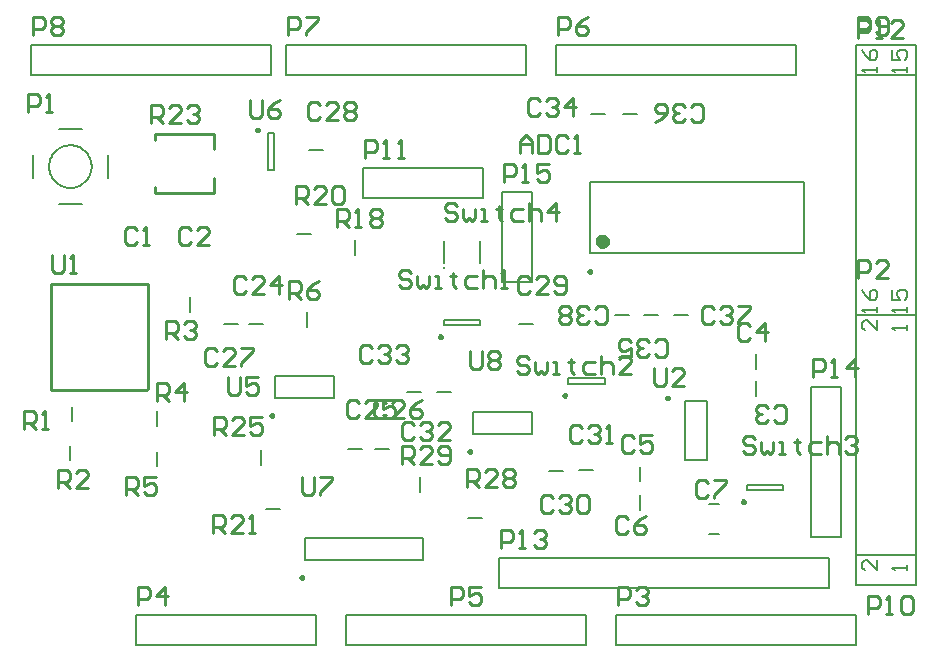
<source format=gto>
%FSDAX24Y24*%
%MOIN*%
%SFA1B1*%

%IPPOS*%
%ADD23C,0.010000*%
%ADD34C,0.023600*%
%ADD35C,0.009800*%
%ADD36C,0.007900*%
%ADD37C,0.003900*%
%ADD38C,0.008000*%
%LNpcb_csn_v3_1-1*%
%LPD*%
G54D23*
X001150Y012450D02*
X004398D01*
X001150Y008926D02*
Y012450D01*
X001160Y008917D02*
X004369D01*
X004398Y008946D02*
Y012450D01*
X004616Y015466D02*
X006584D01*
X004616Y017434D02*
X006584D01*
X004616Y015466D02*
Y015663D01*
Y017237D02*
Y017434D01*
X006584Y015466D02*
Y015958D01*
Y016942D02*
Y017434D01*
X012840Y006440D02*
Y007040D01*
X013140*
X013240Y006940*
Y006740*
X013140Y006640*
X012840*
X013040D02*
X013240Y006440D01*
X013840D02*
X013440D01*
X013840Y006840*
Y006940*
X013740Y007040*
X013540*
X013440Y006940*
X014040Y006540D02*
X014140Y006440D01*
X014340*
X014439Y006540*
Y006940*
X014340Y007040*
X014140*
X014040Y006940*
Y006840*
X014140Y006740*
X014439*
X009090Y011940D02*
Y012540D01*
X009390*
X009490Y012440*
Y012240*
X009390Y012140*
X009090*
X009290D02*
X009490Y011940D01*
X010090Y012540D02*
X009890Y012440D01*
X009690Y012240*
Y012040*
X009790Y011940*
X009990*
X010090Y012040*
Y012140*
X009990Y012240*
X009690*
X015120Y010200D02*
Y009700D01*
X015220Y009600*
X015420*
X015520Y009700*
Y010200*
X015720Y010100D02*
X015820Y010200D01*
X016020*
X016120Y010100*
Y010000*
X016020Y009900*
X016120Y009800*
Y009700*
X016020Y009600*
X015820*
X015720Y009700*
Y009800*
X015820Y009900*
X015720Y010000*
Y010100*
X015820Y009900D02*
X016020D01*
X009520Y006000D02*
Y005500D01*
X009620Y005400*
X009820*
X009920Y005500*
Y006000*
X010120D02*
X010520D01*
Y005900*
X010120Y005500*
Y005400*
X007795Y018565D02*
Y018065D01*
X007895Y017965*
X008095*
X008195Y018065*
Y018565*
X008795D02*
X008595Y018465D01*
X008395Y018265*
Y018065*
X008495Y017965*
X008695*
X008795Y018065*
Y018165*
X008695Y018265*
X008395*
X007050Y009350D02*
Y008850D01*
X007150Y008750*
X007350*
X007450Y008850*
Y009350*
X008050D02*
X007650D01*
Y009050*
X007850Y009150*
X007950*
X008050Y009050*
Y008850*
X007950Y008750*
X007750*
X007650Y008850*
X001195Y013395D02*
Y012895D01*
X001295Y012795*
X001495*
X001595Y012895*
Y013395*
X001795Y012795D02*
X001995D01*
X001895*
Y013395*
X001795Y013295*
X013150Y012800D02*
X013050Y012900D01*
X012850*
X012750Y012800*
Y012700*
X012850Y012600*
X013050*
X013150Y012500*
Y012400*
X013050Y012300*
X012850*
X012750Y012400*
X013350Y012700D02*
Y012400D01*
X013450Y012300*
X013550Y012400*
X013650Y012300*
X013750Y012400*
Y012700*
X013950Y012300D02*
X014150D01*
X014050*
Y012700*
X013950*
X014549Y012800D02*
Y012700D01*
X014449*
X014649*
X014549*
Y012400*
X014649Y012300*
X015349Y012700D02*
X015049D01*
X014949Y012600*
Y012400*
X015049Y012300*
X015349*
X015549Y012900D02*
Y012300D01*
Y012600*
X015649Y012700*
X015849*
X015949Y012600*
Y012300*
X016149D02*
X016349D01*
X016249*
Y012900*
X016149Y012800*
X015005Y005655D02*
Y006255D01*
X015305*
X015405Y006155*
Y005955*
X015305Y005855*
X015005*
X015205D02*
X015405Y005655D01*
X016005D02*
X015605D01*
X016005Y006055*
Y006155*
X015905Y006255*
X015705*
X015605Y006155*
X016205D02*
X016305Y006255D01*
X016505*
X016604Y006155*
Y006055*
X016505Y005955*
X016604Y005855*
Y005755*
X016505Y005655*
X016305*
X016205Y005755*
Y005855*
X016305Y005955*
X016205Y006055*
Y006155*
X016305Y005955D02*
X016505D01*
X006600Y007400D02*
Y008000D01*
X006900*
X007000Y007900*
Y007700*
X006900Y007600*
X006600*
X006800D02*
X007000Y007400D01*
X007600D02*
X007200D01*
X007600Y007800*
Y007900*
X007500Y008000*
X007300*
X007200Y007900*
X008199Y008000D02*
X007800D01*
Y007700*
X008000Y007800*
X008100*
X008199Y007700*
Y007500*
X008100Y007400*
X007900*
X007800Y007500*
X004475Y017785D02*
Y018385D01*
X004775*
X004875Y018285*
Y018085*
X004775Y017985*
X004475*
X004675D02*
X004875Y017785D01*
X005475D02*
X005075D01*
X005475Y018185*
Y018285*
X005375Y018385*
X005175*
X005075Y018285*
X005675D02*
X005775Y018385D01*
X005975*
X006074Y018285*
Y018185*
X005975Y018085*
X005875*
X005975*
X006074Y017985*
Y017885*
X005975Y017785*
X005775*
X005675Y017885*
X006550Y004150D02*
Y004750D01*
X006850*
X006950Y004650*
Y004450*
X006850Y004350*
X006550*
X006750D02*
X006950Y004150D01*
X007550D02*
X007150D01*
X007550Y004550*
Y004650*
X007450Y004750*
X007250*
X007150Y004650*
X007750Y004150D02*
X007950D01*
X007850*
Y004750*
X007750Y004650*
X009305Y015105D02*
Y015705D01*
X009605*
X009705Y015605*
Y015405*
X009605Y015305*
X009305*
X009505D02*
X009705Y015105D01*
X010305D02*
X009905D01*
X010305Y015505*
Y015605*
X010205Y015705*
X010005*
X009905Y015605*
X010505D02*
X010605Y015705D01*
X010805*
X010904Y015605*
Y015205*
X010805Y015105*
X010605*
X010505Y015205*
Y015605*
X010690Y014340D02*
Y014940D01*
X010990*
X011090Y014840*
Y014640*
X010990Y014540*
X010690*
X010890D02*
X011090Y014340D01*
X011290D02*
X011490D01*
X011390*
Y014940*
X011290Y014840*
X011790D02*
X011890Y014940D01*
X012090*
X012190Y014840*
Y014740*
X012090Y014640*
X012190Y014540*
Y014440*
X012090Y014340*
X011890*
X011790Y014440*
Y014540*
X011890Y014640*
X011790Y014740*
Y014840*
X011890Y014640D02*
X012090D01*
X003650Y005400D02*
Y006000D01*
X003950*
X004050Y005900*
Y005700*
X003950Y005600*
X003650*
X003850D02*
X004050Y005400D01*
X004650Y006000D02*
X004250D01*
Y005700*
X004450Y005800*
X004550*
X004650Y005700*
Y005500*
X004550Y005400*
X004350*
X004250Y005500*
X004700Y008550D02*
Y009150D01*
X005000*
X005100Y009050*
Y008850*
X005000Y008750*
X004700*
X004900D02*
X005100Y008550D01*
X005600D02*
Y009150D01*
X005300Y008850*
X005700*
X005000Y010600D02*
Y011200D01*
X005300*
X005400Y011100*
Y010900*
X005300Y010800*
X005000*
X005200D02*
X005400Y010600D01*
X005600Y011100D02*
X005700Y011200D01*
X005900*
X006000Y011100*
Y011000*
X005900Y010900*
X005800*
X005900*
X006000Y010800*
Y010700*
X005900Y010600*
X005700*
X005600Y010700*
X001400Y005650D02*
Y006250D01*
X001700*
X001800Y006150*
Y005950*
X001700Y005850*
X001400*
X001600D02*
X001800Y005650D01*
X002400D02*
X002000D01*
X002400Y006050*
Y006150*
X002300Y006250*
X002100*
X002000Y006150*
X000250Y007600D02*
Y008200D01*
X000550*
X000650Y008100*
Y007900*
X000550Y007800*
X000250*
X000450D02*
X000650Y007600D01*
X000850D02*
X001050D01*
X000950*
Y008200*
X000850Y008100*
X016160Y003640D02*
Y004240D01*
X016460*
X016560Y004140*
Y003940*
X016460Y003840*
X016160*
X016760Y003640D02*
X016960D01*
X016860*
Y004240*
X016760Y004140*
X017260D02*
X017360Y004240D01*
X017560*
X017660Y004140*
Y004040*
X017560Y003940*
X017460*
X017560*
X017660Y003840*
Y003740*
X017560Y003640*
X017360*
X017260Y003740*
X028065Y020625D02*
Y021225D01*
X028365*
X028465Y021125*
Y020925*
X028365Y020825*
X028065*
X028665Y020625D02*
X028865D01*
X028765*
Y021225*
X028665Y021125*
X029565Y020625D02*
X029165D01*
X029565Y021025*
Y021125*
X029465Y021225*
X029265*
X029165Y021125*
X011610Y016640D02*
Y017240D01*
X011910*
X012010Y017140*
Y016940*
X011910Y016840*
X011610*
X012210Y016640D02*
X012410D01*
X012310*
Y017240*
X012210Y017140*
X012710Y016640D02*
X012910D01*
X012810*
Y017240*
X012710Y017140*
X028400Y001450D02*
Y002050D01*
X028700*
X028800Y001950*
Y001750*
X028700Y001650*
X028400*
X029000Y001450D02*
X029200D01*
X029100*
Y002050*
X029000Y001950*
X029500D02*
X029600Y002050D01*
X029800*
X029900Y001950*
Y001550*
X029800Y001450*
X029600*
X029500Y001550*
Y001950*
X028060Y020740D02*
Y021340D01*
X028360*
X028460Y021240*
Y021040*
X028360Y020940*
X028060*
X028660Y020840D02*
X028760Y020740D01*
X028960*
X029060Y020840*
Y021240*
X028960Y021340*
X028760*
X028660Y021240*
Y021140*
X028760Y021040*
X029060*
X000560Y020740D02*
Y021340D01*
X000860*
X000960Y021240*
Y021040*
X000860Y020940*
X000560*
X001160Y021240D02*
X001260Y021340D01*
X001460*
X001560Y021240*
Y021140*
X001460Y021040*
X001560Y020940*
Y020840*
X001460Y020740*
X001260*
X001160Y020840*
Y020940*
X001260Y021040*
X001160Y021140*
Y021240*
X001260Y021040D02*
X001460D01*
X009060Y020740D02*
Y021340D01*
X009360*
X009460Y021240*
Y021040*
X009360Y020940*
X009060*
X009660Y021340D02*
X010060D01*
Y021240*
X009660Y020840*
Y020740*
X018060D02*
Y021340D01*
X018360*
X018460Y021240*
Y021040*
X018360Y020940*
X018060*
X019060Y021340D02*
X018860Y021240D01*
X018660Y021040*
Y020840*
X018760Y020740*
X018960*
X019060Y020840*
Y020940*
X018960Y021040*
X018660*
X014500Y001750D02*
Y002350D01*
X014800*
X014900Y002250*
Y002050*
X014800Y001950*
X014500*
X015500Y002350D02*
X015100D01*
Y002050*
X015300Y002150*
X015400*
X015500Y002050*
Y001850*
X015400Y001750*
X015200*
X015100Y001850*
X004060Y001740D02*
Y002340D01*
X004360*
X004460Y002240*
Y002040*
X004360Y001940*
X004060*
X004960Y001740D02*
Y002340D01*
X004660Y002040*
X005060*
X020060Y001740D02*
Y002340D01*
X020360*
X020460Y002240*
Y002040*
X020360Y001940*
X020060*
X020660Y002240D02*
X020760Y002340D01*
X020960*
X021060Y002240*
Y002140*
X020960Y002040*
X020860*
X020960*
X021060Y001940*
Y001840*
X020960Y001740*
X020760*
X020660Y001840*
X028065Y012625D02*
Y013225D01*
X028365*
X028465Y013125*
Y012925*
X028365Y012825*
X028065*
X029065Y012625D02*
X028665D01*
X029065Y013025*
Y013125*
X028965Y013225*
X028765*
X028665Y013125*
X000385Y018165D02*
Y018765D01*
X000685*
X000785Y018665*
Y018465*
X000685Y018365*
X000385*
X000985Y018165D02*
X001185D01*
X001085*
Y018765*
X000985Y018665*
X019300Y011200D02*
X019400Y011100D01*
X019600*
X019700Y011200*
Y011600*
X019600Y011700*
X019400*
X019300Y011600*
X019100Y011200D02*
X019000Y011100D01*
X018800*
X018700Y011200*
Y011300*
X018800Y011400*
X018900*
X018800*
X018700Y011500*
Y011600*
X018800Y011700*
X019000*
X019100Y011600*
X018500Y011200D02*
X018400Y011100D01*
X018200*
X018101Y011200*
Y011300*
X018200Y011400*
X018101Y011500*
Y011600*
X018200Y011700*
X018400*
X018500Y011600*
Y011500*
X018400Y011400*
X018500Y011300*
Y011200*
X018400Y011400D02*
X018200D01*
X023250Y011600D02*
X023150Y011700D01*
X022950*
X022850Y011600*
Y011200*
X022950Y011100*
X023150*
X023250Y011200*
X023450Y011600D02*
X023550Y011700D01*
X023750*
X023850Y011600*
Y011500*
X023750Y011400*
X023650*
X023750*
X023850Y011300*
Y011200*
X023750Y011100*
X023550*
X023450Y011200*
X024050Y011700D02*
X024449D01*
Y011600*
X024050Y011200*
Y011100*
X022500Y017950D02*
X022600Y017850D01*
X022800*
X022900Y017950*
Y018350*
X022800Y018450*
X022600*
X022500Y018350*
X022300Y017950D02*
X022200Y017850D01*
X022000*
X021900Y017950*
Y018050*
X022000Y018150*
X022100*
X022000*
X021900Y018250*
Y018350*
X022000Y018450*
X022200*
X022300Y018350*
X021301Y017850D02*
X021500Y017950D01*
X021700Y018150*
Y018350*
X021600Y018450*
X021400*
X021301Y018350*
Y018250*
X021400Y018150*
X021700*
X021300Y010100D02*
X021400Y010000D01*
X021600*
X021700Y010100*
Y010500*
X021600Y010600*
X021400*
X021300Y010500*
X021100Y010100D02*
X021000Y010000D01*
X020800*
X020700Y010100*
Y010200*
X020800Y010300*
X020900*
X020800*
X020700Y010400*
Y010500*
X020800Y010600*
X021000*
X021100Y010500*
X020101Y010000D02*
X020500D01*
Y010300*
X020300Y010200*
X020200*
X020101Y010300*
Y010500*
X020200Y010600*
X020400*
X020500Y010500*
X017450Y018550D02*
X017350Y018650D01*
X017150*
X017050Y018550*
Y018150*
X017150Y018050*
X017350*
X017450Y018150*
X017650Y018550D02*
X017750Y018650D01*
X017950*
X018050Y018550*
Y018450*
X017950Y018350*
X017850*
X017950*
X018050Y018250*
Y018150*
X017950Y018050*
X017750*
X017650Y018150*
X018550Y018050D02*
Y018650D01*
X018250Y018350*
X018649*
X011850Y010300D02*
X011750Y010400D01*
X011550*
X011450Y010300*
Y009900*
X011550Y009800*
X011750*
X011850Y009900*
X012050Y010300D02*
X012150Y010400D01*
X012350*
X012450Y010300*
Y010200*
X012350Y010100*
X012250*
X012350*
X012450Y010000*
Y009900*
X012350Y009800*
X012150*
X012050Y009900*
X012650Y010300D02*
X012750Y010400D01*
X012950*
X013049Y010300*
Y010200*
X012950Y010100*
X012850*
X012950*
X013049Y010000*
Y009900*
X012950Y009800*
X012750*
X012650Y009900*
X013250Y007750D02*
X013150Y007850D01*
X012950*
X012850Y007750*
Y007350*
X012950Y007250*
X013150*
X013250Y007350*
X013450Y007750D02*
X013550Y007850D01*
X013750*
X013850Y007750*
Y007650*
X013750Y007550*
X013650*
X013750*
X013850Y007450*
Y007350*
X013750Y007250*
X013550*
X013450Y007350*
X014449Y007250D02*
X014050D01*
X014449Y007650*
Y007750*
X014350Y007850*
X014150*
X014050Y007750*
X018850Y007650D02*
X018750Y007750D01*
X018550*
X018450Y007650*
Y007250*
X018550Y007150*
X018750*
X018850Y007250*
X019050Y007650D02*
X019150Y007750D01*
X019350*
X019450Y007650*
Y007550*
X019350Y007450*
X019250*
X019350*
X019450Y007350*
Y007250*
X019350Y007150*
X019150*
X019050Y007250*
X019650Y007150D02*
X019850D01*
X019750*
Y007750*
X019650Y007650*
X017900Y005300D02*
X017800Y005400D01*
X017600*
X017500Y005300*
Y004900*
X017600Y004800*
X017800*
X017900Y004900*
X018100Y005300D02*
X018200Y005400D01*
X018400*
X018500Y005300*
Y005200*
X018400Y005100*
X018300*
X018400*
X018500Y005000*
Y004900*
X018400Y004800*
X018200*
X018100Y004900*
X018700Y005300D02*
X018800Y005400D01*
X019000*
X019099Y005300*
Y004900*
X019000Y004800*
X018800*
X018700Y004900*
Y005300*
X017105Y012605D02*
X017005Y012705D01*
X016805*
X016705Y012605*
Y012205*
X016805Y012105*
X017005*
X017105Y012205*
X017705Y012105D02*
X017305D01*
X017705Y012505*
Y012605*
X017605Y012705*
X017405*
X017305Y012605*
X017905Y012205D02*
X018005Y012105D01*
X018205*
X018304Y012205*
Y012605*
X018205Y012705*
X018005*
X017905Y012605*
Y012505*
X018005Y012405*
X018304*
X010110Y018410D02*
X010010Y018510D01*
X009810*
X009710Y018410*
Y018010*
X009810Y017910*
X010010*
X010110Y018010*
X010710Y017910D02*
X010310D01*
X010710Y018310*
Y018410*
X010610Y018510*
X010410*
X010310Y018410*
X010910D02*
X011010Y018510D01*
X011210*
X011309Y018410*
Y018310*
X011210Y018210*
X011309Y018110*
Y018010*
X011210Y017910*
X011010*
X010910Y018010*
Y018110*
X011010Y018210*
X010910Y018310*
Y018410*
X011010Y018210D02*
X011210D01*
X011410Y008460D02*
X011310Y008560D01*
X011110*
X011010Y008460*
Y008060*
X011110Y007960*
X011310*
X011410Y008060*
X012010Y007960D02*
X011610D01*
X012010Y008360*
Y008460*
X011910Y008560*
X011710*
X011610Y008460*
X012609Y008560D02*
X012210D01*
Y008260*
X012410Y008360*
X012510*
X012609Y008260*
Y008060*
X012510Y007960*
X012310*
X012210Y008060*
X007650Y012600D02*
X007550Y012700D01*
X007350*
X007250Y012600*
Y012200*
X007350Y012100*
X007550*
X007650Y012200*
X008250Y012100D02*
X007850D01*
X008250Y012500*
Y012600*
X008150Y012700*
X007950*
X007850Y012600*
X008750Y012100D02*
Y012700D01*
X008450Y012400*
X008849*
X005825Y014235D02*
X005725Y014335D01*
X005525*
X005425Y014235*
Y013835*
X005525Y013735*
X005725*
X005825Y013835*
X006425Y013735D02*
X006025D01*
X006425Y014135*
Y014235*
X006325Y014335*
X006125*
X006025Y014235*
X004025D02*
X003925Y014335D01*
X003725*
X003625Y014235*
Y013835*
X003725Y013735*
X003925*
X004025Y013835*
X004225Y013735D02*
X004425D01*
X004325*
Y014335*
X004225Y014235*
X016800Y016800D02*
Y017200D01*
X017000Y017400*
X017200Y017200*
Y016800*
Y017100*
X016800*
X017400Y017400D02*
Y016800D01*
X017700*
X017800Y016900*
Y017300*
X017700Y017400*
X017400*
X018399Y017300D02*
X018300Y017400D01*
X018100*
X018000Y017300*
Y016900*
X018100Y016800*
X018300*
X018399Y016900*
X018599Y016800D02*
X018799D01*
X018699*
Y017400*
X018599Y017300*
X025250Y007900D02*
X025350Y007800D01*
X025550*
X025650Y007900*
Y008300*
X025550Y008400*
X025350*
X025250Y008300*
X025050Y007900D02*
X024950Y007800D01*
X024750*
X024650Y007900*
Y008000*
X024750Y008100*
X024850*
X024750*
X024650Y008200*
Y008300*
X024750Y008400*
X024950*
X025050Y008300*
X024440Y011040D02*
X024340Y011140D01*
X024140*
X024040Y011040*
Y010640*
X024140Y010540*
X024340*
X024440Y010640*
X024940Y010540D02*
Y011140D01*
X024640Y010840*
X025040*
X020590Y007290D02*
X020490Y007390D01*
X020290*
X020190Y007290*
Y006890*
X020290Y006790*
X020490*
X020590Y006890*
X021190Y007390D02*
X020790D01*
Y007090*
X020990Y007190*
X021090*
X021190Y007090*
Y006890*
X021090Y006790*
X020890*
X020790Y006890*
X020400Y004600D02*
X020300Y004700D01*
X020100*
X020000Y004600*
Y004200*
X020100Y004100*
X020300*
X020400Y004200*
X021000Y004700D02*
X020800Y004600D01*
X020600Y004400*
Y004200*
X020700Y004100*
X020900*
X021000Y004200*
Y004300*
X020900Y004400*
X020600*
X023045Y005795D02*
X022945Y005895D01*
X022745*
X022645Y005795*
Y005395*
X022745Y005295*
X022945*
X023045Y005395*
X023245Y005895D02*
X023645D01*
Y005795*
X023245Y005395*
Y005295*
X016265Y015835D02*
Y016435D01*
X016565*
X016665Y016335*
Y016135*
X016565Y016035*
X016265*
X016865Y015835D02*
X017065D01*
X016965*
Y016435*
X016865Y016335*
X017765Y016435D02*
X017365D01*
Y016135*
X017565Y016235*
X017665*
X017765Y016135*
Y015935*
X017665Y015835*
X017465*
X017365Y015935*
X017100Y009950D02*
X017000Y010050D01*
X016800*
X016700Y009950*
Y009850*
X016800Y009750*
X017000*
X017100Y009650*
Y009550*
X017000Y009450*
X016800*
X016700Y009550*
X017300Y009850D02*
Y009550D01*
X017400Y009450*
X017500Y009550*
X017600Y009450*
X017700Y009550*
Y009850*
X017900Y009450D02*
X018100D01*
X018000*
Y009850*
X017900*
X018499Y009950D02*
Y009850D01*
X018399*
X018599*
X018499*
Y009550*
X018599Y009450*
X019299Y009850D02*
X018999D01*
X018899Y009750*
Y009550*
X018999Y009450*
X019299*
X019499Y010050D02*
Y009450D01*
Y009750*
X019599Y009850*
X019799*
X019899Y009750*
Y009450*
X020499D02*
X020099D01*
X020499Y009850*
Y009950*
X020399Y010050*
X020199*
X020099Y009950*
X024635Y007255D02*
X024535Y007355D01*
X024335*
X024235Y007255*
Y007155*
X024335Y007055*
X024535*
X024635Y006955*
Y006855*
X024535Y006755*
X024335*
X024235Y006855*
X024835Y007155D02*
Y006855D01*
X024935Y006755*
X025035Y006855*
X025135Y006755*
X025235Y006855*
Y007155*
X025435Y006755D02*
X025635D01*
X025535*
Y007155*
X025435*
X026034Y007255D02*
Y007155D01*
X025934*
X026134*
X026034*
Y006855*
X026134Y006755*
X026834Y007155D02*
X026534D01*
X026434Y007055*
Y006855*
X026534Y006755*
X026834*
X027034Y007355D02*
Y006755D01*
Y007055*
X027134Y007155*
X027334*
X027434Y007055*
Y006755*
X027634Y007255D02*
X027734Y007355D01*
X027934*
X028034Y007255*
Y007155*
X027934Y007055*
X027834*
X027934*
X028034Y006955*
Y006855*
X027934Y006755*
X027734*
X027634Y006855*
X021250Y009630D02*
Y009130D01*
X021350Y009030*
X021550*
X021650Y009130*
Y009630*
X022250Y009030D02*
X021850D01*
X022250Y009430*
Y009530*
X022150Y009630*
X021950*
X021850Y009530*
X026565Y009335D02*
Y009935D01*
X026865*
X026965Y009835*
Y009635*
X026865Y009535*
X026565*
X027165Y009335D02*
X027365D01*
X027265*
Y009935*
X027165Y009835*
X027965Y009335D02*
Y009935D01*
X027665Y009635*
X028065*
X014700Y015050D02*
X014600Y015150D01*
X014400*
X014300Y015050*
Y014950*
X014400Y014850*
X014600*
X014700Y014750*
Y014650*
X014600Y014550*
X014400*
X014300Y014650*
X014900Y014950D02*
Y014650D01*
X015000Y014550*
X015100Y014650*
X015200Y014550*
X015300Y014650*
Y014950*
X015500Y014550D02*
X015700D01*
X015600*
Y014950*
X015500*
X016099Y015050D02*
Y014950D01*
X015999*
X016199*
X016099*
Y014650*
X016199Y014550*
X016899Y014950D02*
X016599D01*
X016499Y014850*
Y014650*
X016599Y014550*
X016899*
X017099Y015150D02*
Y014550D01*
Y014850*
X017199Y014950*
X017399*
X017499Y014850*
Y014550*
X017999D02*
Y015150D01*
X017699Y014850*
X018099*
X012305Y008455D02*
X012205Y008555D01*
X012005*
X011905Y008455*
Y008055*
X012005Y007955*
X012205*
X012305Y008055*
X012905Y007955D02*
X012505D01*
X012905Y008355*
Y008455*
X012805Y008555*
X012605*
X012505Y008455*
X013504Y008555D02*
X013305Y008455D01*
X013105Y008255*
Y008055*
X013205Y007955*
X013405*
X013504Y008055*
Y008155*
X013405Y008255*
X013105*
X006700Y010200D02*
X006600Y010300D01*
X006400*
X006300Y010200*
Y009800*
X006400Y009700*
X006600*
X006700Y009800*
X007300Y009700D02*
X006900D01*
X007300Y010100*
Y010200*
X007200Y010300*
X007000*
X006900Y010200*
X007500Y010300D02*
X007899D01*
Y010200*
X007500Y009800*
Y009700*
G54D34*
X019649Y013863D02*
D01*
X019648Y013871*
X019647Y013879*
X019646Y013887*
X019644Y013895*
X019641Y013903*
X019638Y013910*
X019635Y013918*
X019631Y013925*
X019626Y013932*
X019621Y013938*
X019615Y013944*
X019609Y013950*
X019603Y013955*
X019596Y013960*
X019590Y013965*
X019582Y013969*
X019575Y013972*
X019567Y013975*
X019559Y013977*
X019551Y013979*
X019543Y013980*
X019535Y013980*
X019526*
X019518Y013980*
X019510Y013979*
X019502Y013977*
X019494Y013975*
X019486Y013972*
X019479Y013969*
X019472Y013965*
X019465Y013960*
X019458Y013955*
X019452Y013950*
X019446Y013944*
X019440Y013938*
X019435Y013932*
X019430Y013925*
X019426Y013918*
X019423Y013910*
X019420Y013903*
X019417Y013895*
X019415Y013887*
X019414Y013879*
X019413Y013871*
X019413Y013863*
X019413Y013854*
X019414Y013846*
X019415Y013838*
X019417Y013830*
X019420Y013822*
X019423Y013815*
X019426Y013807*
X019430Y013800*
X019435Y013793*
X019440Y013787*
X019446Y013781*
X019452Y013775*
X019458Y013770*
X019465Y013765*
X019472Y013760*
X019479Y013756*
X019486Y013753*
X019494Y013750*
X019502Y013748*
X019510Y013746*
X019518Y013745*
X019526Y013745*
X019535*
X019543Y013745*
X019551Y013746*
X019559Y013748*
X019567Y013750*
X019575Y013753*
X019582Y013756*
X019590Y013760*
X019596Y013765*
X019603Y013770*
X019609Y013775*
X019615Y013781*
X019621Y013787*
X019626Y013793*
X019631Y013800*
X019635Y013807*
X019638Y013815*
X019641Y013822*
X019644Y013830*
X019646Y013838*
X019647Y013846*
X019648Y013854*
X019649Y013863*
G54D35*
X019165Y012859D02*
D01*
X019164Y012862*
X019164Y012865*
X019163Y012869*
X019163Y012872*
X019162Y012875*
X019160Y012878*
X019159Y012882*
X019157Y012884*
X019155Y012887*
X019153Y012890*
X019151Y012893*
X019148Y012895*
X019146Y012897*
X019143Y012899*
X019140Y012901*
X019137Y012903*
X019134Y012904*
X019131Y012905*
X019127Y012906*
X019124Y012907*
X019121Y012907*
X019117Y012907*
X019114*
X019110Y012907*
X019107Y012907*
X019104Y012906*
X019100Y012905*
X019097Y012904*
X019094Y012903*
X019091Y012901*
X019088Y012899*
X019085Y012897*
X019083Y012895*
X019080Y012893*
X019078Y012890*
X019076Y012887*
X019074Y012884*
X019072Y012882*
X019071Y012878*
X019069Y012875*
X019068Y012872*
X019068Y012869*
X019067Y012865*
X019067Y012862*
X019067Y012859*
X019067Y012855*
X019067Y012852*
X019068Y012848*
X019068Y012845*
X019069Y012842*
X019071Y012839*
X019072Y012835*
X019074Y012833*
X019076Y012830*
X019078Y012827*
X019080Y012824*
X019083Y012822*
X019085Y012820*
X019088Y012818*
X019091Y012816*
X019094Y012814*
X019097Y012813*
X019100Y012812*
X019104Y012811*
X019107Y012810*
X019110Y012810*
X019114Y012810*
X019117*
X019121Y012810*
X019124Y012810*
X019127Y012811*
X019131Y012812*
X019134Y012813*
X019137Y012814*
X019140Y012816*
X019143Y012818*
X019146Y012820*
X019148Y012822*
X019151Y012824*
X019153Y012827*
X019155Y012830*
X019157Y012833*
X019159Y012835*
X019160Y012839*
X019162Y012842*
X019163Y012845*
X019163Y012848*
X019164Y012852*
X019164Y012855*
X019165Y012859*
X014181Y010678D02*
D01*
X014180Y010681*
X014180Y010684*
X014179Y010688*
X014179Y010691*
X014178Y010694*
X014176Y010697*
X014175Y010701*
X014173Y010703*
X014171Y010706*
X014169Y010709*
X014167Y010712*
X014164Y010714*
X014162Y010716*
X014159Y010718*
X014156Y010720*
X014153Y010722*
X014150Y010723*
X014147Y010724*
X014143Y010725*
X014140Y010726*
X014137Y010726*
X014133Y010726*
X014130*
X014126Y010726*
X014123Y010726*
X014120Y010725*
X014116Y010724*
X014113Y010723*
X014110Y010722*
X014107Y010720*
X014104Y010718*
X014101Y010716*
X014099Y010714*
X014096Y010712*
X014094Y010709*
X014092Y010706*
X014090Y010703*
X014088Y010701*
X014087Y010697*
X014085Y010694*
X014084Y010691*
X014084Y010688*
X014083Y010684*
X014083Y010681*
X014083Y010678*
X014083Y010674*
X014083Y010671*
X014084Y010667*
X014084Y010664*
X014085Y010661*
X014087Y010658*
X014088Y010654*
X014090Y010652*
X014092Y010649*
X014094Y010646*
X014096Y010643*
X014099Y010641*
X014101Y010639*
X014104Y010637*
X014107Y010635*
X014110Y010633*
X014113Y010632*
X014116Y010631*
X014120Y010630*
X014123Y010629*
X014126Y010629*
X014130Y010629*
X014133*
X014137Y010629*
X014140Y010629*
X014143Y010630*
X014147Y010631*
X014150Y010632*
X014153Y010633*
X014156Y010635*
X014159Y010637*
X014162Y010639*
X014164Y010641*
X014167Y010643*
X014169Y010646*
X014171Y010649*
X014173Y010652*
X014175Y010654*
X014176Y010658*
X014178Y010661*
X014179Y010664*
X014179Y010667*
X014180Y010671*
X014180Y010674*
X014181Y010678*
X009565Y002655D02*
D01*
X009564Y002658*
X009564Y002661*
X009563Y002665*
X009563Y002668*
X009562Y002671*
X009560Y002674*
X009559Y002678*
X009557Y002680*
X009555Y002683*
X009553Y002686*
X009551Y002689*
X009548Y002691*
X009546Y002693*
X009543Y002695*
X009540Y002697*
X009537Y002699*
X009534Y002700*
X009531Y002701*
X009527Y002702*
X009524Y002703*
X009521Y002703*
X009517Y002703*
X009514*
X009510Y002703*
X009507Y002703*
X009504Y002702*
X009500Y002701*
X009497Y002700*
X009494Y002699*
X009491Y002697*
X009488Y002695*
X009485Y002693*
X009483Y002691*
X009480Y002689*
X009478Y002686*
X009476Y002683*
X009474Y002680*
X009472Y002678*
X009471Y002674*
X009469Y002671*
X009468Y002668*
X009468Y002665*
X009467Y002661*
X009467Y002658*
X009467Y002655*
X009467Y002651*
X009467Y002648*
X009468Y002644*
X009468Y002641*
X009469Y002638*
X009471Y002635*
X009472Y002631*
X009474Y002629*
X009476Y002626*
X009478Y002623*
X009480Y002620*
X009483Y002618*
X009485Y002616*
X009488Y002614*
X009491Y002612*
X009494Y002610*
X009497Y002609*
X009500Y002608*
X009504Y002607*
X009507Y002606*
X009510Y002606*
X009514Y002606*
X009517*
X009521Y002606*
X009524Y002606*
X009527Y002607*
X009531Y002608*
X009534Y002609*
X009537Y002610*
X009540Y002612*
X009543Y002614*
X009546Y002616*
X009548Y002618*
X009551Y002620*
X009553Y002623*
X009555Y002626*
X009557Y002629*
X009559Y002631*
X009560Y002635*
X009562Y002638*
X009563Y002641*
X009563Y002644*
X009564Y002648*
X009564Y002651*
X009565Y002655*
X015165Y006855D02*
D01*
X015164Y006858*
X015164Y006861*
X015163Y006865*
X015163Y006868*
X015162Y006871*
X015160Y006874*
X015159Y006878*
X015157Y006880*
X015155Y006883*
X015153Y006886*
X015151Y006889*
X015148Y006891*
X015146Y006893*
X015143Y006895*
X015140Y006897*
X015137Y006899*
X015134Y006900*
X015131Y006901*
X015127Y006902*
X015124Y006903*
X015121Y006903*
X015117Y006903*
X015114*
X015110Y006903*
X015107Y006903*
X015104Y006902*
X015100Y006901*
X015097Y006900*
X015094Y006899*
X015091Y006897*
X015088Y006895*
X015085Y006893*
X015083Y006891*
X015080Y006889*
X015078Y006886*
X015076Y006883*
X015074Y006880*
X015072Y006878*
X015071Y006874*
X015069Y006871*
X015068Y006868*
X015068Y006865*
X015067Y006861*
X015067Y006858*
X015067Y006855*
X015067Y006851*
X015067Y006848*
X015068Y006844*
X015068Y006841*
X015069Y006838*
X015071Y006835*
X015072Y006831*
X015074Y006829*
X015076Y006826*
X015078Y006823*
X015080Y006820*
X015083Y006818*
X015085Y006816*
X015088Y006814*
X015091Y006812*
X015094Y006810*
X015097Y006809*
X015100Y006808*
X015104Y006807*
X015107Y006806*
X015110Y006806*
X015114Y006806*
X015117*
X015121Y006806*
X015124Y006806*
X015127Y006807*
X015131Y006808*
X015134Y006809*
X015137Y006810*
X015140Y006812*
X015143Y006814*
X015146Y006816*
X015148Y006818*
X015151Y006820*
X015153Y006823*
X015155Y006826*
X015157Y006829*
X015159Y006831*
X015160Y006835*
X015162Y006838*
X015163Y006841*
X015163Y006844*
X015164Y006848*
X015164Y006851*
X015165Y006855*
X008077Y017569D02*
D01*
X008076Y017572*
X008076Y017575*
X008075Y017579*
X008075Y017582*
X008074Y017585*
X008072Y017588*
X008071Y017592*
X008069Y017594*
X008067Y017597*
X008065Y017600*
X008063Y017603*
X008060Y017605*
X008058Y017607*
X008055Y017609*
X008052Y017611*
X008049Y017613*
X008046Y017614*
X008043Y017615*
X008039Y017616*
X008036Y017617*
X008033Y017617*
X008029Y017617*
X008026*
X008022Y017617*
X008019Y017617*
X008016Y017616*
X008012Y017615*
X008009Y017614*
X008006Y017613*
X008003Y017611*
X008000Y017609*
X007997Y017607*
X007995Y017605*
X007992Y017603*
X007990Y017600*
X007988Y017597*
X007986Y017594*
X007984Y017592*
X007983Y017588*
X007981Y017585*
X007980Y017582*
X007980Y017579*
X007979Y017575*
X007979Y017572*
X007979Y017569*
X007979Y017565*
X007979Y017562*
X007980Y017558*
X007980Y017555*
X007981Y017552*
X007983Y017549*
X007984Y017545*
X007986Y017543*
X007988Y017540*
X007990Y017537*
X007992Y017534*
X007995Y017532*
X007997Y017530*
X008000Y017528*
X008003Y017526*
X008006Y017524*
X008009Y017523*
X008012Y017522*
X008016Y017521*
X008019Y017520*
X008022Y017520*
X008026Y017520*
X008029*
X008033Y017520*
X008036Y017520*
X008039Y017521*
X008043Y017522*
X008046Y017523*
X008049Y017524*
X008052Y017526*
X008055Y017528*
X008058Y017530*
X008060Y017532*
X008063Y017534*
X008065Y017537*
X008067Y017540*
X008069Y017543*
X008071Y017545*
X008072Y017549*
X008074Y017552*
X008075Y017555*
X008075Y017558*
X008076Y017562*
X008076Y017565*
X008077Y017569*
X024281Y005178D02*
D01*
X024280Y005181*
X024280Y005184*
X024279Y005188*
X024279Y005191*
X024278Y005194*
X024276Y005197*
X024275Y005201*
X024273Y005203*
X024271Y005206*
X024269Y005209*
X024267Y005212*
X024264Y005214*
X024262Y005216*
X024259Y005218*
X024256Y005220*
X024253Y005222*
X024250Y005223*
X024247Y005224*
X024243Y005225*
X024240Y005226*
X024237Y005226*
X024233Y005226*
X024230*
X024226Y005226*
X024223Y005226*
X024220Y005225*
X024216Y005224*
X024213Y005223*
X024210Y005222*
X024207Y005220*
X024204Y005218*
X024201Y005216*
X024199Y005214*
X024196Y005212*
X024194Y005209*
X024192Y005206*
X024190Y005203*
X024188Y005201*
X024187Y005197*
X024185Y005194*
X024184Y005191*
X024184Y005188*
X024183Y005184*
X024183Y005181*
X024183Y005178*
X024183Y005174*
X024183Y005171*
X024184Y005167*
X024184Y005164*
X024185Y005161*
X024187Y005158*
X024188Y005154*
X024190Y005152*
X024192Y005149*
X024194Y005146*
X024196Y005143*
X024199Y005141*
X024201Y005139*
X024204Y005137*
X024207Y005135*
X024210Y005133*
X024213Y005132*
X024216Y005131*
X024220Y005130*
X024223Y005129*
X024226Y005129*
X024230Y005129*
X024233*
X024237Y005129*
X024240Y005129*
X024243Y005130*
X024247Y005131*
X024250Y005132*
X024253Y005133*
X024256Y005135*
X024259Y005137*
X024262Y005139*
X024264Y005141*
X024267Y005143*
X024269Y005146*
X024271Y005149*
X024273Y005152*
X024275Y005154*
X024276Y005158*
X024278Y005161*
X024279Y005164*
X024279Y005167*
X024280Y005171*
X024280Y005174*
X024281Y005178*
X021754Y008635D02*
D01*
X021753Y008638*
X021753Y008641*
X021752Y008645*
X021752Y008648*
X021751Y008651*
X021749Y008654*
X021748Y008658*
X021746Y008660*
X021744Y008663*
X021742Y008666*
X021740Y008669*
X021737Y008671*
X021735Y008673*
X021732Y008675*
X021729Y008677*
X021726Y008679*
X021723Y008680*
X021720Y008681*
X021716Y008682*
X021713Y008683*
X021710Y008683*
X021706Y008683*
X021703*
X021699Y008683*
X021696Y008683*
X021693Y008682*
X021689Y008681*
X021686Y008680*
X021683Y008679*
X021680Y008677*
X021677Y008675*
X021674Y008673*
X021672Y008671*
X021669Y008669*
X021667Y008666*
X021665Y008663*
X021663Y008660*
X021661Y008658*
X021660Y008654*
X021658Y008651*
X021657Y008648*
X021657Y008645*
X021656Y008641*
X021656Y008638*
X021656Y008635*
X021656Y008631*
X021656Y008628*
X021657Y008624*
X021657Y008621*
X021658Y008618*
X021660Y008615*
X021661Y008611*
X021663Y008609*
X021665Y008606*
X021667Y008603*
X021669Y008600*
X021672Y008598*
X021674Y008596*
X021677Y008594*
X021680Y008592*
X021683Y008590*
X021686Y008589*
X021689Y008588*
X021693Y008587*
X021696Y008586*
X021699Y008586*
X021703Y008586*
X021706*
X021710Y008586*
X021713Y008586*
X021716Y008587*
X021720Y008588*
X021723Y008589*
X021726Y008590*
X021729Y008592*
X021732Y008594*
X021735Y008596*
X021737Y008598*
X021740Y008600*
X021742Y008603*
X021744Y008606*
X021746Y008609*
X021748Y008611*
X021749Y008615*
X021751Y008618*
X021752Y008621*
X021752Y008624*
X021753Y008628*
X021753Y008631*
X021754Y008635*
X008565Y008055D02*
D01*
X008564Y008058*
X008564Y008061*
X008563Y008065*
X008563Y008068*
X008562Y008071*
X008560Y008074*
X008559Y008078*
X008557Y008080*
X008555Y008083*
X008553Y008086*
X008551Y008089*
X008548Y008091*
X008546Y008093*
X008543Y008095*
X008540Y008097*
X008537Y008099*
X008534Y008100*
X008531Y008101*
X008527Y008102*
X008524Y008103*
X008521Y008103*
X008517Y008103*
X008514*
X008510Y008103*
X008507Y008103*
X008504Y008102*
X008500Y008101*
X008497Y008100*
X008494Y008099*
X008491Y008097*
X008488Y008095*
X008485Y008093*
X008483Y008091*
X008480Y008089*
X008478Y008086*
X008476Y008083*
X008474Y008080*
X008472Y008078*
X008471Y008074*
X008469Y008071*
X008468Y008068*
X008468Y008065*
X008467Y008061*
X008467Y008058*
X008467Y008055*
X008467Y008051*
X008467Y008048*
X008468Y008044*
X008468Y008041*
X008469Y008038*
X008471Y008035*
X008472Y008031*
X008474Y008029*
X008476Y008026*
X008478Y008023*
X008480Y008020*
X008483Y008018*
X008485Y008016*
X008488Y008014*
X008491Y008012*
X008494Y008010*
X008497Y008009*
X008500Y008008*
X008504Y008007*
X008507Y008006*
X008510Y008006*
X008514Y008006*
X008517*
X008521Y008006*
X008524Y008006*
X008527Y008007*
X008531Y008008*
X008534Y008009*
X008537Y008010*
X008540Y008012*
X008543Y008014*
X008546Y008016*
X008548Y008018*
X008551Y008020*
X008553Y008023*
X008555Y008026*
X008557Y008029*
X008559Y008031*
X008560Y008035*
X008562Y008038*
X008563Y008041*
X008563Y008044*
X008564Y008048*
X008564Y008051*
X008565Y008055*
X018331Y008728D02*
D01*
X018330Y008731*
X018330Y008734*
X018329Y008738*
X018329Y008741*
X018328Y008744*
X018326Y008747*
X018325Y008751*
X018323Y008753*
X018321Y008756*
X018319Y008759*
X018317Y008762*
X018314Y008764*
X018312Y008766*
X018309Y008768*
X018306Y008770*
X018303Y008772*
X018300Y008773*
X018297Y008774*
X018293Y008775*
X018290Y008776*
X018287Y008776*
X018283Y008776*
X018280*
X018276Y008776*
X018273Y008776*
X018270Y008775*
X018266Y008774*
X018263Y008773*
X018260Y008772*
X018257Y008770*
X018254Y008768*
X018251Y008766*
X018249Y008764*
X018246Y008762*
X018244Y008759*
X018242Y008756*
X018240Y008753*
X018238Y008751*
X018237Y008747*
X018235Y008744*
X018234Y008741*
X018234Y008738*
X018233Y008734*
X018233Y008731*
X018233Y008728*
X018233Y008724*
X018233Y008721*
X018234Y008717*
X018234Y008714*
X018235Y008711*
X018237Y008708*
X018238Y008704*
X018240Y008702*
X018242Y008699*
X018244Y008696*
X018246Y008693*
X018249Y008691*
X018251Y008689*
X018254Y008687*
X018257Y008685*
X018260Y008683*
X018263Y008682*
X018266Y008681*
X018270Y008680*
X018273Y008679*
X018276Y008679*
X018280Y008679*
X018283*
X018287Y008679*
X018290Y008679*
X018293Y008680*
X018297Y008681*
X018300Y008682*
X018303Y008683*
X018306Y008685*
X018309Y008687*
X018312Y008689*
X018314Y008691*
X018317Y008693*
X018319Y008696*
X018321Y008699*
X018323Y008702*
X018325Y008704*
X018326Y008708*
X018328Y008711*
X018329Y008714*
X018329Y008717*
X018330Y008721*
X018330Y008724*
X018331Y008728*
G54D36*
X002509Y016350D02*
D01*
X002507Y016399*
X002502Y016448*
X002493Y016497*
X002481Y016545*
X002466Y016592*
X002447Y016638*
X002426Y016682*
X002401Y016725*
X002373Y016766*
X002343Y016805*
X002310Y016842*
X002274Y016876*
X002236Y016908*
X002196Y016937*
X002154Y016964*
X002110Y016987*
X002065Y017007*
X002019Y017024*
X001971Y017037*
X001923Y017048*
X001874Y017055*
X001824Y017058*
X001775*
X001725Y017055*
X001676Y017048*
X001628Y017037*
X001580Y017024*
X001534Y017007*
X001489Y016987*
X001445Y016964*
X001403Y016937*
X001363Y016908*
X001325Y016876*
X001289Y016842*
X001256Y016805*
X001226Y016766*
X001198Y016725*
X001173Y016682*
X001152Y016638*
X001133Y016592*
X001118Y016545*
X001106Y016497*
X001097Y016448*
X001092Y016399*
X001091Y016350*
X001092Y016300*
X001097Y016251*
X001106Y016202*
X001118Y016154*
X001133Y016107*
X001152Y016061*
X001173Y016017*
X001198Y015974*
X001226Y015933*
X001256Y015894*
X001289Y015857*
X001325Y015823*
X001363Y015791*
X001403Y015762*
X001445Y015735*
X001489Y015712*
X001534Y015692*
X001580Y015675*
X001628Y015662*
X001676Y015651*
X001725Y015644*
X001775Y015641*
X001824*
X001874Y015644*
X001923Y015651*
X001971Y015662*
X002019Y015675*
X002065Y015692*
X002110Y015712*
X002154Y015735*
X002196Y015762*
X002236Y015791*
X002274Y015823*
X002310Y015857*
X002343Y015894*
X002373Y015933*
X002401Y015974*
X002426Y016017*
X002447Y016061*
X002466Y016107*
X002481Y016154*
X002493Y016202*
X002502Y016251*
X002507Y016300*
X002509Y016350*
X013450Y005514D02*
Y005986D01*
X009700Y011014D02*
Y011486D01*
X019164Y018100D02*
X019636D01*
X020214D02*
X020686D01*
X026263Y013469D02*
Y015831D01*
X019137Y013469D02*
Y015831D01*
X026263*
X019137Y013469D02*
X026263D01*
X021914Y011400D02*
X022386D01*
X019964D02*
X020436D01*
X020914D02*
X021386D01*
X017764Y006200D02*
X018236D01*
X013014Y008850D02*
X013486D01*
X014014D02*
X014486D01*
X019000Y000400D02*
Y001400D01*
X011000Y000400D02*
X019000D01*
X011000D02*
Y001400D01*
X019000*
X014240Y011248D02*
X015460D01*
X014240Y011052D02*
X015460D01*
Y011248*
X014240Y011052D02*
Y011248D01*
X004700Y007714D02*
Y008186D01*
Y006364D02*
Y006836D01*
X001850Y007864D02*
Y008336D01*
X001800Y006564D02*
Y007036D01*
X008314Y004950D02*
X008786D01*
X008150Y006414D02*
Y006886D01*
X030000Y002400D02*
Y003400D01*
X028000Y002400D02*
X030000D01*
X028000D02*
Y003400D01*
X030000*
X016850Y003300D02*
X027100D01*
X016100D02*
X016850D01*
X016100Y002300D02*
Y003300D01*
Y002300D02*
X027100D01*
Y003300*
X030000Y019400D02*
Y020400D01*
X028000Y019400D02*
X030000D01*
X028000D02*
Y020400D01*
X030000*
X017000Y019400D02*
Y020400D01*
X009000Y019400D02*
X017000D01*
X009000D02*
Y020400D01*
X017000*
X028000Y000400D02*
Y001400D01*
X020000Y000400D02*
X028000D01*
X020000D02*
Y001400D01*
X028000*
Y011400D02*
X030000D01*
X028000Y003400D02*
X030000D01*
Y011400*
X028000Y003400D02*
Y011400D01*
X011550Y015300D02*
Y016300D01*
X015550*
X011550Y015300D02*
X015550D01*
Y016300*
X008500Y019400D02*
Y020400D01*
X000500Y019400D02*
X008500D01*
X000500D02*
Y020400D01*
X008500*
X026000Y019400D02*
Y020400D01*
X018000Y019400D02*
X026000D01*
X018000D02*
Y020400D01*
X026000*
X010000Y000400D02*
Y001400D01*
X004000Y000400D02*
Y001400D01*
X010000*
X004000Y000400D02*
X010000D01*
X028000Y019400D02*
X030000D01*
X028000Y011400D02*
X030000D01*
Y019400*
X028000Y011400D02*
Y019400D01*
X013569Y003246D02*
Y003954D01*
X009632Y003246D02*
Y003954D01*
X013569*
X009632Y003246D02*
X013569D01*
X016764Y011100D02*
X017236D01*
X015216Y007446D02*
X017184D01*
X015216Y008154D02*
X017184D01*
X015216Y007446D02*
Y008154D01*
X017184Y007446D02*
Y008154D01*
X015064Y004650D02*
X015536D01*
X001406Y017590D02*
X002194D01*
X003040Y015956D02*
Y016744D01*
X001406Y015110D02*
X002194D01*
X000560Y015956D02*
Y016744D01*
X009764Y016900D02*
X010236D01*
X008598Y016240D02*
Y017460D01*
X008402Y016240D02*
Y017460D01*
Y016240D02*
X008598D01*
X008402Y017460D02*
X008598D01*
X011064Y006950D02*
X011536D01*
X011300Y013414D02*
Y013886D01*
X009364Y014100D02*
X009836D01*
X020800Y005864D02*
Y006336D01*
X024340Y005552D02*
Y005748D01*
X025560Y005552D02*
Y005748D01*
X024340Y005552D02*
X025560D01*
X024340Y005748D02*
X025560D01*
X022296Y006566D02*
X023004D01*
X022296Y008534D02*
X023004D01*
Y006566D02*
Y008534D01*
X022296Y006566D02*
Y008534D01*
X024650Y009614D02*
Y010086D01*
X016200Y012500D02*
X017200D01*
X016200D02*
Y015500D01*
X017200*
Y012500D02*
Y015500D01*
X023093Y005092D02*
X023407D01*
X023093Y004108D02*
X023407D01*
X026500Y009000D02*
X027500D01*
Y004000D02*
Y009000D01*
X026500Y004000D02*
Y009000D01*
Y004000D02*
X027500D01*
X015441Y013146D02*
X015460D01*
X015441Y013854D02*
X015460D01*
X014240Y013146D02*
X014259D01*
X014240Y013854D02*
X014259D01*
X014240Y013146D02*
Y013854D01*
X015460Y013146D02*
Y013854D01*
X011964Y006950D02*
X012436D01*
X024650Y008714D02*
Y009186D01*
X020800Y004914D02*
Y005386D01*
X008616Y008646D02*
X010584D01*
X008616Y009354D02*
X010584D01*
X008616Y008646D02*
Y009354D01*
X010584Y008646D02*
Y009354D01*
X006914Y011100D02*
X007386D01*
X007764D02*
X008236D01*
X005800Y011514D02*
Y011986D01*
X018764Y006250D02*
X019236D01*
X018390Y009102D02*
Y009298D01*
X019610Y009102D02*
Y009298D01*
X018390Y009102D02*
X019610D01*
X018390Y009298D02*
X019610D01*
G54D37*
X014269Y012988D02*
D01*
X014268Y012989*
X014268Y012990*
X014268Y012992*
X014268Y012993*
X014267Y012994*
X014267Y012996*
X014266Y012997*
X014265Y012998*
X014265Y012999*
X014264Y013000*
X014263Y013001*
X014262Y013002*
X014261Y013003*
X014260Y013004*
X014259Y013005*
X014257Y013005*
X014256Y013006*
X014255Y013007*
X014253Y013007*
X014252Y013007*
X014251Y013007*
X014249Y013007*
X014248*
X014246Y013007*
X014245Y013007*
X014244Y013007*
X014242Y013007*
X014241Y013006*
X014240Y013005*
X014239Y013005*
X014237Y013004*
X014236Y013003*
X014235Y013002*
X014234Y013001*
X014233Y013000*
X014232Y012999*
X014232Y012998*
X014231Y012997*
X014230Y012996*
X014230Y012994*
X014229Y012993*
X014229Y012992*
X014229Y012990*
X014229Y012989*
X014229Y012988*
X014229Y012986*
X014229Y012985*
X014229Y012983*
X014229Y012982*
X014230Y012981*
X014230Y012979*
X014231Y012978*
X014232Y012977*
X014232Y012976*
X014233Y012975*
X014234Y012974*
X014235Y012973*
X014236Y012972*
X014237Y012971*
X014239Y012970*
X014240Y012970*
X014241Y012969*
X014242Y012968*
X014244Y012968*
X014245Y012968*
X014246Y012968*
X014248Y012968*
X014249*
X014251Y012968*
X014252Y012968*
X014253Y012968*
X014255Y012968*
X014256Y012969*
X014257Y012970*
X014259Y012970*
X014260Y012971*
X014261Y012972*
X014262Y012973*
X014263Y012974*
X014264Y012975*
X014265Y012976*
X014265Y012977*
X014266Y012978*
X014267Y012979*
X014267Y012981*
X014268Y012982*
X014268Y012983*
X014268Y012985*
X014268Y012986*
X014269Y012988*
G54D38*
X028700Y003233D02*
Y002900D01*
X028367Y003233*
X028283*
X028200Y003150*
Y002983*
X028283Y002900*
X029700D02*
Y003067D01*
Y002983*
X029200*
X029283Y002900*
X029700Y011500D02*
Y011667D01*
Y011583*
X029200*
X029283Y011500*
X029200Y012250D02*
Y011917D01*
X029450*
X029367Y012083*
Y012166*
X029450Y012250*
X029617*
X029700Y012166*
Y012000*
X029617Y011917*
X028700Y011500D02*
Y011667D01*
Y011583*
X028200*
X028283Y011500*
X028200Y012250D02*
X028283Y012083D01*
X028450Y011917*
X028617*
X028700Y012000*
Y012166*
X028617Y012250*
X028533*
X028450Y012166*
Y011917*
X028700Y011233D02*
Y010900D01*
X028367Y011233*
X028283*
X028200Y011150*
Y010983*
X028283Y010900*
X029700D02*
Y011067D01*
Y010983*
X029200*
X029283Y010900*
X029700Y019500D02*
Y019667D01*
Y019583*
X029200*
X029283Y019500*
X029200Y020250D02*
Y019917D01*
X029450*
X029367Y020083*
Y020166*
X029450Y020250*
X029617*
X029700Y020166*
Y020000*
X029617Y019917*
X028700Y019500D02*
Y019667D01*
Y019583*
X028200*
X028283Y019500*
X028200Y020250D02*
X028283Y020083D01*
X028450Y019917*
X028617*
X028700Y020000*
Y020166*
X028617Y020250*
X028533*
X028450Y020166*
Y019917*
M02*
</source>
